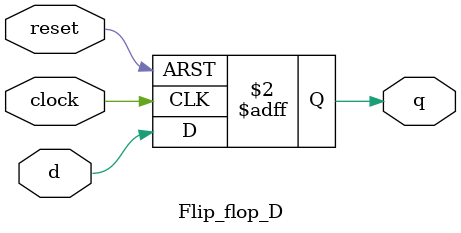
<source format=v>
module Flip_flop_D(
  input wire d, // Entrada de dados
  input wire clock, // Entrada do clock
  input wire reset, // Entrada de reset
  output reg q // Saída do flip-flop
);

  always @(posedge clock or posedge reset) begin
    if (reset) // Se o sinal de reset estiver ativo
      q <= 1'b0; // Define a saída como 0
    else // Caso contrário
      q <= d; // A saída acompanha o valor da entrada de dados
  end
	
endmodule

</source>
